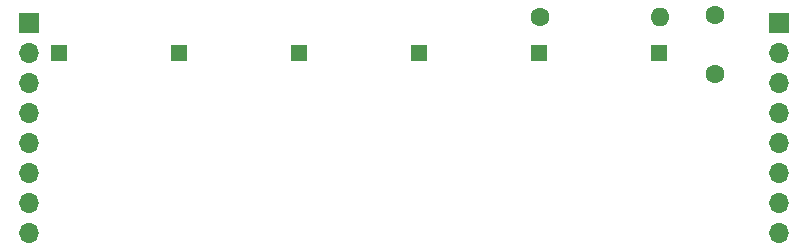
<source format=gbs>
G04 #@! TF.GenerationSoftware,KiCad,Pcbnew,6.0.10-86aedd382b~118~ubuntu20.04.1*
G04 #@! TF.CreationDate,2022-12-28T18:12:40+00:00*
G04 #@! TF.ProjectId,slrm,736c726d-2e6b-4696-9361-645f70636258,rev?*
G04 #@! TF.SameCoordinates,Original*
G04 #@! TF.FileFunction,Soldermask,Bot*
G04 #@! TF.FilePolarity,Negative*
%FSLAX46Y46*%
G04 Gerber Fmt 4.6, Leading zero omitted, Abs format (unit mm)*
G04 Created by KiCad (PCBNEW 6.0.10-86aedd382b~118~ubuntu20.04.1) date 2022-12-28 18:12:40*
%MOMM*%
%LPD*%
G01*
G04 APERTURE LIST*
%ADD10R,1.350000X1.350000*%
%ADD11C,1.600000*%
%ADD12R,1.700000X1.700000*%
%ADD13O,1.700000X1.700000*%
%ADD14O,1.600000X1.600000*%
G04 APERTURE END LIST*
D10*
X121920000Y-88900000D03*
X162560000Y-88900000D03*
D11*
X177400000Y-85690000D03*
X177400000Y-90690000D03*
D10*
X142240000Y-88900000D03*
D12*
X119380000Y-86360000D03*
D13*
X119380000Y-88900000D03*
X119380000Y-91440000D03*
X119380000Y-93980000D03*
X119380000Y-96520000D03*
X119380000Y-99060000D03*
X119380000Y-101600000D03*
X119380000Y-104140000D03*
D14*
X172745400Y-85826600D03*
D11*
X162585400Y-85826600D03*
D12*
X182880000Y-86360000D03*
D13*
X182880000Y-88900000D03*
X182880000Y-91440000D03*
X182880000Y-93980000D03*
X182880000Y-96520000D03*
X182880000Y-99060000D03*
X182880000Y-101600000D03*
X182880000Y-104140000D03*
D10*
X132080000Y-88900000D03*
X172720000Y-88900000D03*
X152400000Y-88900000D03*
M02*

</source>
